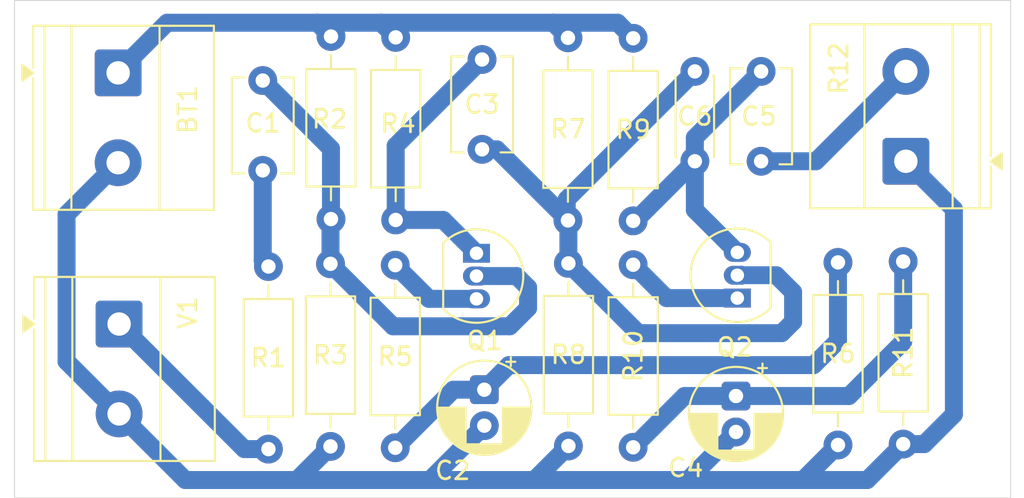
<source format=kicad_pcb>
(kicad_pcb (version 20241229) (generator "pcbnew") (generator_version "9.0")
  (title_block (title "Power_Amplifier"))
  (layers (0 "F.Cu" signal) (2 "B.Cu" signal) (13 "F.Paste" user) (15 "B.Paste" user) (5 "F.SilkS" user "F.Silkscreen") (7 "B.SilkS" user "B.Silkscreen") (1 "F.Mask" user) (3 "B.Mask" user) (25 "Edge.Cuts" user))
  (net 0 "")
  (net 1 "GND")
  (net 2 "Net-(BT1-+)")
  (net 3 "Net-(C1-Pad1)")
  (net 4 "Net-(Q1-B)")
  (net 5 "Net-(C2-Pad1)")
  (net 6 "Net-(Q2-B)")
  (net 7 "Net-(Q1-C)")
  (net 8 "Net-(C4-Pad1)")
  (net 9 "Net-(Q2-C)")
  (net 10 "Net-(C5-Pad1)")
  (net 11 "Net-(Q1-E)")
  (net 12 "Net-(Q2-E)")
  (net 13 "Net-(R1-Pad1)")
  (footprint "Resistor_THT:R_Axial_DIN0207_L6.3mm_D2.5mm_P10.16mm_Horizontal" (layer "F.Cu") (at 105.41 61.697 90)
    (property "Reference" "R9" (at 5.08 0 180) (layer "F.SilkS"))
    (property "Value" "6K")
    (fp_line (start 9.12 0) (end 8.35 0) (stroke (width 0.12)) (layer "F.SilkS"))
    (fp_line (start 1.04 0) (end 1.81 0) (stroke (width 0.12)) (layer "F.SilkS"))
    (fp_rect (start 1.81 -1.37) (end 8.35 1.37) (stroke (width 0.12)) (fill no) (layer "F.SilkS"))
    (pad "1" thru_hole circle (at 0 0 90) (size 1.6 1.6) (drill 0.8) (layers "*.Cu" "*.Mask") (net 9 "Net-(Q2-C)"))
    (pad "2" thru_hole circle (at 10.16 0 90) (size 1.6 1.6) (drill 0.8) (layers "*.Cu" "*.Mask") (net 2 "Net-(BT1-+)"))
  )
  (footprint "Resistor_THT:R_Axial_DIN0207_L6.3mm_D2.5mm_P10.16mm_Horizontal" (layer "F.Cu") (at 88.6125 61.597 90)
    (property "Reference" "R2" (at 5.561 -0.0825 180) (layer "F.SilkS"))
    (property "Value" "25K")
    (fp_line (start 9.12 0) (end 8.35 0) (stroke (width 0.12)) (layer "F.SilkS"))
    (fp_line (start 1.04 0) (end 1.81 0) (stroke (width 0.12)) (layer "F.SilkS"))
    (fp_rect (start 1.81 -1.37) (end 8.35 1.37) (stroke (width 0.12)) (fill no) (layer "F.SilkS"))
    (pad "1" thru_hole circle (at 0 0 90) (size 1.6 1.6) (drill 0.8) (layers "*.Cu" "*.Mask") (net 4 "Net-(Q1-B)"))
    (pad "2" thru_hole circle (at 10.16 0 90) (size 1.6 1.6) (drill 0.8) (layers "*.Cu" "*.Mask") (net 2 "Net-(BT1-+)"))
  )
  (footprint "Capacitor_THT:C_Disc_D5.1mm_W3.2mm_P5.00mm" (layer "F.Cu") (at 97.01 52.717 -90)
    (property "Reference" "C3" (at 2.5 0 0) (layer "F.SilkS"))
    (property "Value" "10 uF")
    (fp_line (start -0.17 1.72) (end -0.17 1.026) (stroke (width 0.12)) (layer "F.SilkS"))
    (fp_line (start 5.17 1.72) (end -0.17 1.72) (stroke (width 0.12)) (layer "F.SilkS"))
    (fp_line (start 5.17 1.026) (end 5.17 1.72) (stroke (width 0.12)) (layer "F.SilkS"))
    (fp_line (start -0.17 -1.026) (end -0.17 -1.72) (stroke (width 0.12)) (layer "F.SilkS"))
    (fp_line (start -0.17 -1.72) (end 5.17 -1.72) (stroke (width 0.12)) (layer "F.SilkS"))
    (fp_line (start 5.17 -1.72) (end 5.17 -1.026) (stroke (width 0.12)) (layer "F.SilkS"))
    (pad "1" thru_hole circle (at 0 0 270) (size 1.6 1.6) (drill 0.8) (layers "*.Cu" "*.Mask") (net 7 "Net-(Q1-C)"))
    (pad "2" thru_hole circle (at 5 0 270) (size 1.6 1.6) (drill 0.8) (layers "*.Cu" "*.Mask") (net 6 "Net-(Q2-B)"))
  )
  (footprint "Capacitor_THT:CP_Radial_D5.0mm_P2.00mm" (layer "F.Cu") (at 97.135 71.092 -90)
    (property "Reference" "C2" (at 4.502 1.758 0) (layer "F.SilkS"))
    (property "Value" "30 uF")
    (fp_line (start 1 1.04) (end 1 2.58) (stroke (width 0.12)) (layer "F.SilkS"))
    (fp_line (start 1.04 1.04) (end 1.04 2.58) (stroke (width 0.12)) (layer "F.SilkS"))
    (fp_line (start 1.08 1.04) (end 1.08 2.579) (stroke (width 0.12)) (layer "F.SilkS"))
    (fp_line (start 1.12 1.04) (end 1.12 2.577) (stroke (width 0.12)) (layer "F.SilkS"))
    (fp_line (start 1.16 1.04) (end 1.16 2.575) (stroke (width 0.12)) (layer "F.SilkS"))
    (fp_line (start 1.2 1.04) (end 1.2 2.572) (stroke (width 0.12)) (layer "F.SilkS"))
    (fp_line (start 1.24 1.04) (end 1.24 2.569) (stroke (width 0.12)) (layer "F.SilkS"))
    (fp_line (start 1.28 1.04) (end 1.28 2.565) (stroke (width 0.12)) (layer "F.SilkS"))
    (fp_line (start 1.32 1.04) (end 1.32 2.56) (stroke (width 0.12)) (layer "F.SilkS"))
    (fp_line (start 1.36 1.04) (end 1.36 2.555) (stroke (width 0.12)) (layer "F.SilkS"))
    (fp_line (start 1.4 1.04) (end 1.4 2.549) (stroke (width 0.12)) (layer "F.SilkS"))
    (fp_line (start 1.44 1.04) (end 1.44 2.543) (stroke (width 0.12)) (layer "F.SilkS"))
    (fp_line (start 1.48 1.04) (end 1.48 2.536) (stroke (width 0.12)) (layer "F.SilkS"))
    (fp_line (start 1.52 1.04) (end 1.52 2.528) (stroke (width 0.12)) (layer "F.SilkS"))
    (fp_line (start 1.56 1.04) (end 1.56 2.519) (stroke (width 0.12)) (layer "F.SilkS"))
    (fp_line (start 1.6 1.04) (end 1.6 2.51) (stroke (width 0.12)) (layer "F.SilkS"))
    (fp_line (start 1.64 1.04) (end 1.64 2.501) (stroke (width 0.12)) (layer "F.SilkS"))
    (fp_line (start 1.68 1.04) (end 1.68 2.49) (stroke (width 0.12)) (layer "F.SilkS"))
    (fp_line (start 1.72 1.04) (end 1.72 2.479) (stroke (width 0.12)) (layer "F.SilkS"))
    (fp_line (start 1.76 1.04) (end 1.76 2.467) (stroke (width 0.12)) (layer "F.SilkS"))
    (fp_line (start 1.8 1.04) (end 1.8 2.455) (stroke (width 0.12)) (layer "F.SilkS"))
    (fp_line (start 1.84 1.04) (end 1.84 2.442) (stroke (width 0.12)) (layer "F.SilkS"))
    (fp_line (start 1.88 1.04) (end 1.88 2.428) (stroke (width 0.12)) (layer "F.SilkS"))
    (fp_line (start 1.92 1.04) (end 1.92 2.413) (stroke (width 0.12)) (layer "F.SilkS"))
    (fp_line (start 1.96 1.04) (end 1.96 2.398) (stroke (width 0.12)) (layer "F.SilkS"))
    (fp_line (start 2 1.04) (end 2 2.382) (stroke (width 0.12)) (layer "F.SilkS"))
    (fp_line (start 2.04 1.04) (end 2.04 2.365) (stroke (width 0.12)) (layer "F.SilkS"))
    (fp_line (start 2.08 1.04) (end 2.08 2.347) (stroke (width 0.12)) (layer "F.SilkS"))
    (fp_line (start 2.12 1.04) (end 2.12 2.329) (stroke (width 0.12)) (layer "F.SilkS"))
    (fp_line (start 2.16 1.04) (end 2.16 2.309) (stroke (width 0.12)) (layer "F.SilkS"))
    (fp_line (start 2.2 1.04) (end 2.2 2.289) (stroke (width 0.12)) (layer "F.SilkS"))
    (fp_line (start 2.24 1.04) (end 2.24 2.268) (stroke (width 0.12)) (layer "F.SilkS"))
    (fp_line (start 2.28 1.04) (end 2.28 2.246) (stroke (width 0.12)) (layer "F.SilkS"))
    (fp_line (start 2.32 1.04) (end 2.32 2.223) (stroke (width 0.12)) (layer "F.SilkS"))
    (fp_line (start 2.36 1.04) (end 2.36 2.199) (stroke (width 0.12)) (layer "F.SilkS"))
    (fp_line (start 2.4 1.04) (end 2.4 2.175) (stroke (width 0.12)) (layer "F.SilkS"))
    (fp_line (start 2.44 1.04) (end 2.44 2.149) (stroke (width 0.12)) (layer "F.SilkS"))
    (fp_line (start 2.48 1.04) (end 2.48 2.122) (stroke (width 0.12)) (layer "F.SilkS"))
    (fp_line (start 2.52 1.04) (end 2.52 2.094) (stroke (width 0.12)) (layer "F.SilkS"))
    (fp_line (start 2.56 1.04) (end 2.56 2.065) (stroke (width 0.12)) (layer "F.SilkS"))
    (fp_line (start 2.6 1.04) (end 2.6 2.035) (stroke (width 0.12)) (layer "F.SilkS"))
    (fp_line (start 2.64 1.04) (end 2.64 2.003) (stroke (width 0.12)) (layer "F.SilkS"))
    (fp_line (start 2.68 1.04) (end 2.68 1.97) (stroke (width 0.12)) (layer "F.SilkS"))
    (fp_line (start 2.72 1.04) (end 2.72 1.936) (stroke (width 0.12)) (layer "F.SilkS"))
    (fp_line (start 2.76 1.04) (end 2.76 1.901) (stroke (width 0.12)) (layer "F.SilkS"))
    (fp_line (start 2.8 1.04) (end 2.8 1.864) (stroke (width 0.12)) (layer "F.SilkS"))
    (fp_line (start 2.84 1.04) (end 2.84 1.825) (stroke (width 0.12)) (layer "F.SilkS"))
    (fp_line (start 2.88 1.04) (end 2.88 1.785) (stroke (width 0.12)) (layer "F.SilkS"))
    (fp_line (start 2.92 1.04) (end 2.92 1.743) (stroke (width 0.12)) (layer "F.SilkS"))
    (fp_line (start 2.96 1.04) (end 2.96 1.699) (stroke (width 0.12)) (layer "F.SilkS"))
    (fp_line (start 3 1.04) (end 3 1.652) (stroke (width 0.12)) (layer "F.SilkS"))
    (fp_line (start 3.6 -0.283) (end 3.6 0.283) (stroke (width 0.12)) (layer "F.SilkS"))
    (fp_line (start 3.56 -0.517) (end 3.56 0.517) (stroke (width 0.12)) (layer "F.SilkS"))
    (fp_line (start 3.52 -0.677) (end 3.52 0.677) (stroke (width 0.12)) (layer "F.SilkS"))
    (fp_line (start 3.48 -0.805) (end 3.48 0.805) (stroke (width 0.12)) (layer "F.SilkS"))
    (fp_line (start 3.44 -0.914) (end 3.44 0.914) (stroke (width 0.12)) (layer "F.SilkS"))
    (fp_line (start 3.4 -1.011) (end 3.4 1.011) (stroke (width 0.12)) (layer "F.SilkS"))
    (fp_line (start 3.36 -1.098) (end 3.36 1.098) (stroke (width 0.12)) (layer "F.SilkS"))
    (fp_line (start 3.32 -1.177) (end 3.32 1.177) (stroke (width 0.12)) (layer "F.SilkS"))
    (fp_line (start 3.28 -1.251) (end 3.28 1.251) (stroke (width 0.12)) (layer "F.SilkS"))
    (fp_line (start 3.24 -1.319) (end 3.24 1.319) (stroke (width 0.12)) (layer "F.SilkS"))
    (fp_line (start 3.2 -1.383) (end 3.2 1.383) (stroke (width 0.12)) (layer "F.SilkS"))
    (fp_line (start 3.16 -1.443) (end 3.16 1.443) (stroke (width 0.12)) (layer "F.SilkS"))
    (fp_line (start -1.804775 -1.475) (end -1.304775 -1.475) (stroke (width 0.12)) (layer "F.SilkS"))
    (fp_line (start 3.12 -1.499) (end 3.12 1.499) (stroke (width 0.12)) (layer "F.SilkS"))
    (fp_line (start 3.08 -1.553) (end 3.08 1.553) (stroke (width 0.12)) (layer "F.SilkS"))
    (fp_line (start 3.04 -1.604) (end 3.04 1.604) (stroke (width 0.12)) (layer "F.SilkS"))
    (fp_line (start 3 -1.652) (end 3 -1.04) (stroke (width 0.12)) (layer "F.SilkS"))
    (fp_line (start 2.96 -1.699) (end 2.96 -1.04) (stroke (width 0.12)) (layer "F.SilkS"))
    (fp_line (start -1.554775 -1.725) (end -1.554775 -1.225) (stroke (width 0.12)) (layer "F.SilkS"))
    (fp_line (start 2.92 -1.743) (end 2.92 -1.04) (stroke (width 0.12)) (layer "F.SilkS"))
    (fp_line (start 2.88 -1.785) (end 2.88 -1.04) (stroke (width 0.12)) (layer "F.SilkS"))
    (fp_line (start 2.84 -1.825) (end 2.84 -1.04) (stroke (width 0.12)) (layer "F.SilkS"))
    (fp_line (start 2.8 -1.864) (end 2.8 -1.04) (stroke (width 0.12)) (layer "F.SilkS"))
    (fp_line (start 2.76 -1.901) (end 2.76 -1.04) (stroke (width 0.12)) (layer "F.SilkS"))
    (fp_line (start 2.72 -1.936) (end 2.72 -1.04) (stroke (width 0.12)) (layer "F.SilkS"))
    (fp_line (start 2.68 -1.97) (end 2.68 -1.04) (stroke (width 0.12)) (layer "F.SilkS"))
    (fp_line (start 2.64 -2.003) (end 2.64 -1.04) (stroke (width 0.12)) (layer "F.SilkS"))
    (fp_line (start 2.6 -2.035) (end 2.6 -1.04) (stroke (width 0.12)) (layer "F.SilkS"))
    (fp_line (start 2.56 -2.065) (end 2.56 -1.04) (stroke (width 0.12)) (layer "F.SilkS"))
    (fp_line (start 2.52 -2.094) (end 2.52 -1.04) (stroke (width 0.12)) (layer "F.SilkS"))
    (fp_line (start 2.48 -2.122) (end 2.48 -1.04) (stroke (width 0.12)) (layer "F.SilkS"))
    (fp_line (start 2.44 -2.149) (end 2.44 -1.04) (stroke (width 0.12)) (layer "F.SilkS"))
    (fp_line (start 2.4 -2.175) (end 2.4 -1.04) (stroke (width 0.12)) (layer "F.SilkS"))
    (fp_line (start 2.36 -2.199) (end 2.36 -1.04) (stroke (width 0.12)) (layer "F.SilkS"))
    (fp_line (start 2.32 -2.223) (end 2.32 -1.04) (stroke (width 0.12)) (layer "F.SilkS"))
    (fp_line (start 2.28 -2.246) (end 2.28 -1.04) (stroke (width 0.12)) (layer "F.SilkS"))
    (fp_line (start 2.24 -2.268) (end 2.24 -1.04) (stroke (width 0.12)) (layer "F.SilkS"))
    (fp_line (start 2.2 -2.289) (end 2.2 -1.04) (stroke (width 0.12)) (layer "F.SilkS"))
    (fp_line (start 2.16 -2.309) (end 2.16 -1.04) (stroke (width 0.12)) (layer "F.SilkS"))
    (fp_line (start 2.12 -2.329) (end 2.12 -1.04) (stroke (width 0.12)) (layer "F.SilkS"))
    (fp_line (start 2.08 -2.347) (end 2.08 -1.04) (stroke (width 0.12)) (layer "F.SilkS"))
    (fp_line (start 2.04 -2.365) (end 2.04 -1.04) (stroke (width 0.12)) (layer "F.SilkS"))
    (fp_line (start 2 -2.382) (end 2 -1.04) (stroke (width 0.12)) (layer "F.SilkS"))
    (fp_line (start 1.96 -2.398) (end 1.96 -1.04) (stroke (width 0.12)) (layer "F.SilkS"))
    (fp_line (start 1.92 -2.413) (end 1.92 -1.04) (stroke (width 0.12)) (layer "F.SilkS"))
    (fp_line (start 1.88 -2.428) (end 1.88 -1.04) (stroke (width 0.12)) (layer "F.SilkS"))
    (fp_line (start 1.84 -2.442) (end 1.84 -1.04) (stroke (width 0.12)) (layer "F.SilkS"))
    (fp_line (start 1.8 -2.455) (end 1.8 -1.04) (stroke (width 0.12)) (layer "F.SilkS"))
    (fp_line (start 1.76 -2.467) (end 1.76 -1.04) (stroke (width 0.12)) (layer "F.SilkS"))
    (fp_line (start 1.72 -2.479) (end 1.72 -1.04) (stroke (width 0.12)) (layer "F.SilkS"))
    (fp_line (start 1.68 -2.49) (end 1.68 -1.04) (stroke (width 0.12)) (layer "F.SilkS"))
    (fp_line (start 1.64 -2.501) (end 1.64 -1.04) (stroke (width 0.12)) (layer "F.SilkS"))
    (fp_line (start 1.6 -2.51) (end 1.6 -1.04) (stroke (width 0.12)) (layer "F.SilkS"))
    (fp_line (start 1.56 -2.519) (end 1.56 -1.04) (stroke (width 0.12)) (layer "F.SilkS"))
    (fp_line (start 1.52 -2.528) (end 1.52 -1.04) (stroke (width 0.12)) (layer "F.SilkS"))
    (fp_line (start 1.48 -2.536) (end 1.48 -1.04) (stroke (width 0.12)) (layer "F.SilkS"))
    (fp_line (start 1.44 -2.543) (end 1.44 -1.04) (stroke (width 0.12)) (layer "F.SilkS"))
    (fp_line (start 1.4 -2.549) (end 1.4 -1.04) (stroke (width 0.12)) (layer "F.SilkS"))
    (fp_line (start 1.36 -2.555) (end 1.36 -1.04) (stroke (width 0.12)) (layer "F.SilkS"))
    (fp_line (start 1.32 -2.56) (end 1.32 -1.04) (stroke (width 0.12)) (layer "F.SilkS"))
    (fp_line (start 1.28 -2.565) (end 1.28 -1.04) (stroke (width 0.12)) (layer "F.SilkS"))
    (fp_line (start 1.24 -2.569) (end 1.24 -1.04) (stroke (width 0.12)) (layer "F.SilkS"))
    (fp_line (start 1.2 -2.572) (end 1.2 -1.04) (stroke (width 0.12)) (layer "F.SilkS"))
    (fp_line (start 1.16 -2.575) (end 1.16 -1.04) (stroke (width 0.12)) (layer "F.SilkS"))
    (fp_line (start 1.12 -2.577) (end 1.12 -1.04) (stroke (width 0.12)) (layer "F.SilkS"))
    (fp_line (start 1.08 -2.579) (end 1.08 -1.04) (stroke (width 0.12)) (layer "F.SilkS"))
    (fp_line (start 1 -2.58) (end 1 -1.04) (stroke (width 0.12)) (layer "F.SilkS"))
    (fp_line (start 1.04 -2.58) (end 1.04 -1.04) (stroke (width 0.12)) (layer "F.SilkS"))
    (fp_circle (center 1 0) (end 3.62 0) (stroke (width 0.12)) (fill no) (layer "F.SilkS"))
    (pad "1" thru_hole roundrect (at 0 0 270) (size 1.6 1.6) (drill 0.8) (layers "*.Cu" "*.Mask") (roundrect_rratio 0.15625) (net 5 "Net-(C2-Pad1)"))
    (pad "2" thru_hole circle (at 2 0 270) (size 1.6 1.6) (drill 0.8) (layers "*.Cu" "*.Mask") (net 1 "GND"))
  )
  (footprint "TerminalBlock_Phoenix:TerminalBlock_Phoenix_MKDS-1,5-2_1x02_P5.00mm_Horizontal" (layer "F.Cu") (at 76.835 67.437 -90)
    (property "Reference" "V1" (at -0.635 -3.81 90) (layer "F.SilkS"))
    (property "Value" "VSIN")
    (fp_line (start -2.62 4.72) (end -2.62 -5.32) (stroke (width 0.12)) (layer "F.SilkS"))
    (fp_line (start -0.3 4.72) (end -2.62 4.72) (stroke (width 0.12)) (layer "F.SilkS"))
    (fp_line (start 7.62 4.72) (end 0.3 4.72) (stroke (width 0.12)) (layer "F.SilkS"))
    (fp_line (start -2.62 4.1) (end 7.62 4.1) (stroke (width 0.12)) (layer "F.SilkS"))
    (fp_line (start -2.62 2.6) (end 7.62 2.6) (stroke (width 0.12)) (layer "F.SilkS"))
    (fp_line (start -2.62 -2.3) (end 7.62 -2.3) (stroke (width 0.12)) (layer "F.SilkS"))
    (fp_line (start -2.62 -5.32) (end 7.62 -5.32) (stroke (width 0.12)) (layer "F.SilkS"))
    (fp_line (start 7.62 -5.32) (end 7.62 4.72) (stroke (width 0.12)) (layer "F.SilkS"))
    (fp_poly (pts (xy 0 4.72) (xy 0.44 5.33) (xy -0.44 5.33)) (stroke (width 0.12)) (fill yes) (layer "F.SilkS"))
    (pad "1" thru_hole roundrect (at 0 0 270) (size 2.6 2.6) (drill 1.3) (layers "*.Cu" "*.Mask") (roundrect_rratio 0.096154) (net 13 "Net-(R1-Pad1)"))
    (pad "2" thru_hole circle (at 5 0 270) (size 2.6 2.6) (drill 1.3) (layers "*.Cu" "*.Mask") (net 1 "GND"))
  )
  (footprint "Resistor_THT:R_Axial_DIN0207_L6.3mm_D2.5mm_P10.16mm_Horizontal" (layer "F.Cu") (at 92.21 61.647 90)
    (property "Reference" "R4" (at 5.357 0.13 180) (layer "F.SilkS"))
    (property "Value" "3K")
    (fp_line (start 9.12 0) (end 8.35 0) (stroke (width 0.12)) (layer "F.SilkS"))
    (fp_line (start 1.04 0) (end 1.81 0) (stroke (width 0.12)) (layer "F.SilkS"))
    (fp_rect (start 1.81 -1.37) (end 8.35 1.37) (stroke (width 0.12)) (fill no) (layer "F.SilkS"))
    (pad "1" thru_hole circle (at 0 0 90) (size 1.6 1.6) (drill 0.8) (layers "*.Cu" "*.Mask") (net 7 "Net-(Q1-C)"))
    (pad "2" thru_hole circle (at 10.16 0 90) (size 1.6 1.6) (drill 0.8) (layers "*.Cu" "*.Mask") (net 2 "Net-(BT1-+)"))
  )
  (footprint "Resistor_THT:R_Axial_DIN0207_L6.3mm_D2.5mm_P10.16mm_Horizontal" (layer "F.Cu") (at 92.185 74.322 90)
    (property "Reference" "R5" (at 5.08 0 180) (layer "F.SilkS"))
    (property "Value" "150R")
    (fp_line (start 9.12 0) (end 8.35 0) (stroke (width 0.12)) (layer "F.SilkS"))
    (fp_line (start 1.04 0) (end 1.81 0) (stroke (width 0.12)) (layer "F.SilkS"))
    (fp_rect (start 1.81 -1.37) (end 8.35 1.37) (stroke (width 0.12)) (fill no) (layer "F.SilkS"))
    (pad "1" thru_hole circle (at 0 0 90) (size 1.6 1.6) (drill 0.8) (layers "*.Cu" "*.Mask") (net 5 "Net-(C2-Pad1)"))
    (pad "2" thru_hole circle (at 10.16 0 90) (size 1.6 1.6) (drill 0.8) (layers "*.Cu" "*.Mask") (net 11 "Net-(Q1-E)"))
  )
  (footprint "Resistor_THT:R_Axial_DIN0207_L6.3mm_D2.5mm_P10.16mm_Horizontal" (layer "F.Cu") (at 101.785 61.672 90)
    (property "Reference" "R7" (at 5.08 0 180) (layer "F.SilkS"))
    (property "Value" "100K")
    (fp_line (start 9.12 0) (end 8.35 0) (stroke (width 0.12)) (layer "F.SilkS"))
    (fp_line (start 1.04 0) (end 1.81 0) (stroke (width 0.12)) (layer "F.SilkS"))
    (fp_rect (start 1.81 -1.37) (end 8.35 1.37) (stroke (width 0.12)) (fill no) (layer "F.SilkS"))
    (pad "1" thru_hole circle (at 0 0 90) (size 1.6 1.6) (drill 0.8) (layers "*.Cu" "*.Mask") (net 6 "Net-(Q2-B)"))
    (pad "2" thru_hole circle (at 10.16 0 90) (size 1.6 1.6) (drill 0.8) (layers "*.Cu" "*.Mask") (net 2 "Net-(BT1-+)"))
  )
  (footprint "Package_TO_SOT_THT:TO-92_Inline" (layer "F.Cu") (at 96.7 63.497 -90)
    (property "Reference" "Q1" (at 4.87 -0.46 180) (layer "F.SilkS"))
    (property "Value" "BC547")
    (fp_line (start -0.53 1.85) (end 3.07 1.85) (stroke (width 0.12)) (layer "F.SilkS"))
    (fp_arc (start -0.568478 1.838478) (mid -1.132087 -0.994977) (end 1.27 -2.6) (stroke (width 0.12)) (layer "F.SilkS"))
    (fp_arc (start 1.27 -2.6) (mid 3.672087 -0.994977) (end 3.108478 1.838478) (stroke (width 0.12)) (layer "F.SilkS"))
    (pad "1" thru_hole rect (at 0 0 270) (size 1.05 1.5) (drill 0.75) (layers "*.Cu" "*.Mask") (net 7 "Net-(Q1-C)"))
    (pad "2" thru_hole oval (at 1.27 0 270) (size 1.05 1.5) (drill 0.75) (layers "*.Cu" "*.Mask") (net 4 "Net-(Q1-B)"))
    (pad "3" thru_hole oval (at 2.54 0 270) (size 1.05 1.5) (drill 0.75) (layers "*.Cu" "*.Mask") (net 11 "Net-(Q1-E)"))
  )
  (footprint "Resistor_THT:R_Axial_DIN0207_L6.3mm_D2.5mm_P10.16mm_Horizontal" (layer "F.Cu") (at 88.585 74.247 90)
    (property "Reference" "R3" (at 5.08 0 180) (layer "F.SilkS"))
    (property "Value" "4K5")
    (fp_line (start 9.12 0) (end 8.35 0) (stroke (width 0.12)) (layer "F.SilkS"))
    (fp_line (start 1.04 0) (end 1.81 0) (stroke (width 0.12)) (layer "F.SilkS"))
    (fp_rect (start 1.81 -1.37) (end 8.35 1.37) (stroke (width 0.12)) (fill no) (layer "F.SilkS"))
    (pad "1" thru_hole circle (at 0 0 90) (size 1.6 1.6) (drill 0.8) (layers "*.Cu" "*.Mask") (net 1 "GND"))
    (pad "2" thru_hole circle (at 10.16 0 90) (size 1.6 1.6) (drill 0.8) (layers "*.Cu" "*.Mask") (net 4 "Net-(Q1-B)"))
  )
  (footprint "Capacitor_THT:C_Disc_D5.1mm_W3.2mm_P5.00mm" (layer "F.Cu") (at 112.522 58.38 90)
    (property "Reference" "C5" (at 2.5 -0.127 180) (layer "F.SilkS"))
    (property "Value" "10 uF")
    (fp_line (start 5.17 -1.72) (end 5.17 -1.026) (stroke (width 0.12)) (layer "F.SilkS"))
    (fp_line (start -0.17 -1.72) (end 5.17 -1.72) (stroke (width 0.12)) (layer "F.SilkS"))
    (fp_line (start -0.17 -1.026) (end -0.17 -1.72) (stroke (width 0.12)) (layer "F.SilkS"))
    (fp_line (start 5.17 1.026) (end 5.17 1.72) (stroke (width 0.12)) (layer "F.SilkS"))
    (fp_line (start 5.17 1.72) (end -0.17 1.72) (stroke (width 0.12)) (layer "F.SilkS"))
    (fp_line (start -0.17 1.72) (end -0.17 1.026) (stroke (width 0.12)) (layer "F.SilkS"))
    (pad "1" thru_hole circle (at 0 0 90) (size 1.6 1.6) (drill 0.8) (layers "*.Cu" "*.Mask") (net 10 "Net-(C5-Pad1)"))
    (pad "2" thru_hole circle (at 5 0 90) (size 1.6 1.6) (drill 0.8) (layers "*.Cu" "*.Mask") (net 9 "Net-(Q2-C)"))
  )
  (footprint "Resistor_THT:R_Axial_DIN0207_L6.3mm_D2.5mm_P10.16mm_Horizontal" (layer "F.Cu") (at 101.81 74.222 90)
    (property "Reference" "R8" (at 5.08 0 180) (layer "F.SilkS"))
    (property "Value" "55K")
    (fp_line (start 9.12 0) (end 8.35 0) (stroke (width 0.12)) (layer "F.SilkS"))
    (fp_line (start 1.04 0) (end 1.81 0) (stroke (width 0.12)) (layer "F.SilkS"))
    (fp_rect (start 1.81 -1.37) (end 8.35 1.37) (stroke (width 0.12)) (fill no) (layer "F.SilkS"))
    (pad "1" thru_hole circle (at 0 0 90) (size 1.6 1.6) (drill 0.8) (layers "*.Cu" "*.Mask") (net 1 "GND"))
    (pad "2" thru_hole circle (at 10.16 0 90) (size 1.6 1.6) (drill 0.8) (layers "*.Cu" "*.Mask") (net 6 "Net-(Q2-B)"))
  )
  (footprint "Resistor_THT:R_Axial_DIN0207_L6.3mm_D2.5mm_P10.16mm_Horizontal" (layer "F.Cu") (at 105.41 74.297 90)
    (property "Reference" "R10" (at 5.08 0 270) (layer "F.SilkS"))
    (property "Value" "150R")
    (fp_line (start 9.12 0) (end 8.35 0) (stroke (width 0.12)) (layer "F.SilkS"))
    (fp_line (start 1.04 0) (end 1.81 0) (stroke (width 0.12)) (layer "F.SilkS"))
    (fp_rect (start 1.81 -1.37) (end 8.35 1.37) (stroke (width 0.12)) (fill no) (layer "F.SilkS"))
    (pad "1" thru_hole circle (at 0 0 90) (size 1.6 1.6) (drill 0.8) (layers "*.Cu" "*.Mask") (net 8 "Net-(C4-Pad1)"))
    (pad "2" thru_hole circle (at 10.16 0 90) (size 1.6 1.6) (drill 0.8) (layers "*.Cu" "*.Mask") (net 12 "Net-(Q2-E)"))
  )
  (footprint "Resistor_THT:R_Axial_DIN0207_L6.3mm_D2.5mm_P10.16mm_Horizontal" (layer "F.Cu") (at 116.7945 74.168 90)
    (property "Reference" "R6" (at 5.08 0 180) (layer "F.SilkS"))
    (property "Value" "350R")
    (fp_line (start 9.12 0) (end 8.35 0) (stroke (width 0.12)) (layer "F.SilkS"))
    (fp_line (start 1.04 0) (end 1.81 0) (stroke (width 0.12)) (layer "F.SilkS"))
    (fp_rect (start 1.81 -1.37) (end 8.35 1.37) (stroke (width 0.12)) (fill no) (layer "F.SilkS"))
    (pad "1" thru_hole circle (at 0 0 90) (size 1.6 1.6) (drill 0.8) (layers "*.Cu" "*.Mask") (net 1 "GND"))
    (pad "2" thru_hole circle (at 10.16 0 90) (size 1.6 1.6) (drill 0.8) (layers "*.Cu" "*.Mask") (net 5 "Net-(C2-Pad1)"))
  )
  (footprint "Capacitor_THT:C_Disc_D5.1mm_W3.2mm_P5.00mm" (layer "F.Cu") (at 84.82 58.888 90)
    (property "Reference" "C1" (at 2.627 0.016 180) (layer "F.SilkS"))
    (property "Value" "10 uF")
    (fp_line (start 5.17 -1.72) (end 5.17 -1.026) (stroke (width 0.12)) (layer "F.SilkS"))
    (fp_line (start -0.17 -1.72) (end 5.17 -1.72) (stroke (width 0.12)) (layer "F.SilkS"))
    (fp_line (start -0.17 -1.026) (end -0.17 -1.72) (stroke (width 0.12)) (layer "F.SilkS"))
    (fp_line (start 5.17 1.026) (end 5.17 1.72) (stroke (width 0.12)) (layer "F.SilkS"))
    (fp_line (start 5.17 1.72) (end -0.17 1.72) (stroke (width 0.12)) (layer "F.SilkS"))
    (fp_line (start -0.17 1.72) (end -0.17 1.026) (stroke (width 0.12)) (layer "F.SilkS"))
    (pad "1" thru_hole circle (at 0 0 90) (size 1.6 1.6) (drill 0.8) (layers "*.Cu" "*.Mask") (net 3 "Net-(C1-Pad1)"))
    (pad "2" thru_hole circle (at 5 0 90) (size 1.6 1.6) (drill 0.8) (layers "*.Cu" "*.Mask") (net 4 "Net-(Q1-B)"))
  )
  (footprint "TerminalBlock_Phoenix:TerminalBlock_Phoenix_MKDS-1,5-2_1x02_P5.00mm_Horizontal" (layer "F.Cu") (at 120.5685 58.38 90)
    (property "Reference" "R12" (at 5.167 -3.7285 270) (layer "F.SilkS"))
    (property "Value" "4K7")
    (fp_line (start 7.62 -5.32) (end 7.62 4.72) (stroke (width 0.12)) (layer "F.SilkS"))
    (fp_line (start -2.62 -5.32) (end 7.62 -5.32) (stroke (width 0.12)) (layer "F.SilkS"))
    (fp_line (start -2.62 -2.3) (end 7.62 -2.3) (stroke (width 0.12)) (layer "F.SilkS"))
    (fp_line (start -2.62 2.6) (end 7.62 2.6) (stroke (width 0.12)) (layer "F.SilkS"))
    (fp_line (start -2.62 4.1) (end 7.62 4.1) (stroke (width 0.12)) (layer "F.SilkS"))
    (fp_line (start 7.62 4.72) (end 0.3 4.72) (stroke (width 0.12)) (layer "F.SilkS"))
    (fp_line (start -0.3 4.72) (end -2.62 4.72) (stroke (width 0.12)) (layer "F.SilkS"))
    (fp_line (start -2.62 4.72) (end -2.62 -5.32) (stroke (width 0.12)) (layer "F.SilkS"))
    (fp_poly (pts (xy 0 4.72) (xy 0.44 5.33) (xy -0.44 5.33)) (stroke (width 0.12)) (fill yes) (layer "F.SilkS"))
    (pad "1" thru_hole roundrect (at 0 0 90) (size 2.6 2.6) (drill 1.3) (layers "*.Cu" "*.Mask") (roundrect_rratio 0.096154) (net 1 "GND"))
    (pad "2" thru_hole circle (at 5 0 90) (size 2.6 2.6) (drill 1.3) (layers "*.Cu" "*.Mask") (net 10 "Net-(C5-Pad1)"))
  )
  (footprint "Resistor_THT:R_Axial_DIN0207_L6.3mm_D2.5mm_P10.16mm_Horizontal" (layer "F.Cu") (at 120.4195 74.118 90)
    (property "Reference" "R11" (at 5.08 0 270) (layer "F.SilkS"))
    (property "Value" "2K85")
    (fp_line (start 9.12 0) (end 8.35 0) (stroke (width 0.12)) (layer "F.SilkS"))
    (fp_line (start 1.04 0) (end 1.81 0) (stroke (width 0.12)) (layer "F.SilkS"))
    (fp_rect (start 1.81 -1.37) (end 8.35 1.37) (stroke (width 0.12)) (fill no) (layer "F.SilkS"))
    (pad "1" thru_hole circle (at 0 0 90) (size 1.6 1.6) (drill 0.8) (layers "*.Cu" "*.Mask") (net 1 "GND"))
    (pad "2" thru_hole circle (at 10.16 0 90) (size 1.6 1.6) (drill 0.8) (layers "*.Cu" "*.Mask") (net 8 "Net-(C4-Pad1)"))
  )
  (footprint "Package_TO_SOT_THT:TO-92_Inline" (layer "F.Cu") (at 111.2 65.992 90)
    (property "Reference" "Q2" (at -2.735 -0.15 180) (layer "F.SilkS"))
    (property "Value" "2N3904")
    (fp_line (start -0.53 1.85) (end 3.07 1.85) (stroke (width 0.12)) (layer "F.SilkS"))
    (fp_arc (start 1.27 -2.6) (mid 3.672087 -0.994977) (end 3.108478 1.838478) (stroke (width 0.12)) (layer "F.SilkS"))
    (fp_arc (start -0.568478 1.838478) (mid -1.132087 -0.994977) (end 1.27 -2.6) (stroke (width 0.12)) (layer "F.SilkS"))
    (pad "1" thru_hole rect (at 0 0 90) (size 1.05 1.5) (drill 0.75) (layers "*.Cu" "*.Mask") (net 12 "Net-(Q2-E)"))
    (pad "2" thru_hole oval (at 1.27 0 90) (size 1.05 1.5) (drill 0.75) (layers "*.Cu" "*.Mask") (net 6 "Net-(Q2-B)"))
    (pad "3" thru_hole oval (at 2.54 0 90) (size 1.05 1.5) (drill 0.75) (layers "*.Cu" "*.Mask") (net 9 "Net-(Q2-C)"))
  )
  (footprint "TerminalBlock_Phoenix:TerminalBlock_Phoenix_MKDS-1,5-2_1x02_P5.00mm_Horizontal" (layer "F.Cu") (at 76.7825 53.462 -90)
    (property "Reference" "BT1" (at 2.037 -3.8625 90) (layer "F.SilkS"))
    (property "Value" "12V")
    (fp_line (start -2.62 4.72) (end -2.62 -5.32) (stroke (width 0.12)) (layer "F.SilkS"))
    (fp_line (start -0.3 4.72) (end -2.62 4.72) (stroke (width 0.12)) (layer "F.SilkS"))
    (fp_line (start 7.62 4.72) (end 0.3 4.72) (stroke (width 0.12)) (layer "F.SilkS"))
    (fp_line (start -2.62 4.1) (end 7.62 4.1) (stroke (width 0.12)) (layer "F.SilkS"))
    (fp_line (start -2.62 2.6) (end 7.62 2.6) (stroke (width 0.12)) (layer "F.SilkS"))
    (fp_line (start -2.62 -2.3) (end 7.62 -2.3) (stroke (width 0.12)) (layer "F.SilkS"))
    (fp_line (start -2.62 -5.32) (end 7.62 -5.32) (stroke (width 0.12)) (layer "F.SilkS"))
    (fp_line (start 7.62 -5.32) (end 7.62 4.72) (stroke (width 0.12)) (layer "F.SilkS"))
    (fp_poly (pts (xy 0 4.72) (xy 0.44 5.33) (xy -0.44 5.33)) (stroke (width 0.12)) (fill yes) (layer "F.SilkS"))
    (pad "1" thru_hole roundrect (at 0 0 270) (size 2.6 2.6) (drill 1.3) (layers "*.Cu" "*.Mask") (roundrect_rratio 0.096154) (net 2 "Net-(BT1-+)"))
    (pad "2" thru_hole circle (at 5 0 270) (size 2.6 2.6) (drill 1.3) (layers "*.Cu" "*.Mask") (net 1 "GND"))
  )
  (footprint "Capacitor_THT:C_Disc_D4.3mm_W1.9mm_P5.00mm" (layer "F.Cu") (at 108.839 58.38 90)
    (property "Reference" "C6" (at 2.5 0 180) (layer "F.SilkS"))
    (property "Value" "180 uF")
    (fp_line (start 0.23 -1.07) (end 4.77 -1.07) (stroke (width 0.12)) (layer "F.SilkS"))
    (fp_line (start 0.23 -1.014) (end 0.23 -1.07) (stroke (width 0.12)) (layer "F.SilkS"))
    (fp_line (start 4.77 1.014) (end 4.77 1.07) (stroke (width 0.12)) (layer "F.SilkS"))
    (fp_line (start 4.77 1.07) (end 0.23 1.07) (stroke (width 0.12)) (layer "F.SilkS"))
    (pad "1" thru_hole circle (at 0 0 90) (size 1.6 1.6) (drill 0.8) (layers "*.Cu" "*.Mask") (net 9 "Net-(Q2-C)"))
    (pad "2" thru_hole circle (at 5 0 90) (size 1.6 1.6) (drill 0.8) (layers "*.Cu" "*.Mask") (net 6 "Net-(Q2-B)"))
  )
  (footprint "Capacitor_THT:CP_Radial_D5.0mm_P2.00mm" (layer "F.Cu") (at 111.125 71.441888 -90)
    (property "Reference" "C4" (at 3.996112 2.794 0) (layer "F.SilkS"))
    (property "Value" "30 uF")
    (fp_line (start 1 1.04) (end 1 2.58) (stroke (width 0.12)) (layer "F.SilkS"))
    (fp_line (start 1.04 1.04) (end 1.04 2.58) (stroke (width 0.12)) (layer "F.SilkS"))
    (fp_line (start 1.08 1.04) (end 1.08 2.579) (stroke (width 0.12)) (layer "F.SilkS"))
    (fp_line (start 1.12 1.04) (end 1.12 2.577) (stroke (width 0.12)) (layer "F.SilkS"))
    (fp_line (start 1.16 1.04) (end 1.16 2.575) (stroke (width 0.12)) (layer "F.SilkS"))
    (fp_line (start 1.2 1.04) (end 1.2 2.572) (stroke (width 0.12)) (layer "F.SilkS"))
    (fp_line (start 1.24 1.04) (end 1.24 2.569) (stroke (width 0.12)) (layer "F.SilkS"))
    (fp_line (start 1.28 1.04) (end 1.28 2.565) (stroke (width 0.12)) (layer "F.SilkS"))
    (fp_line (start 1.32 1.04) (end 1.32 2.56) (stroke (width 0.12)) (layer "F.SilkS"))
    (fp_line (start 1.36 1.04) (end 1.36 2.555) (stroke (width 0.12)) (layer "F.SilkS"))
    (fp_line (start 1.4 1.04) (end 1.4 2.549) (stroke (width 0.12)) (layer "F.SilkS"))
    (fp_line (start 1.44 1.04) (end 1.44 2.543) (stroke (width 0.12)) (layer "F.SilkS"))
    (fp_line (start 1.48 1.04) (end 1.48 2.536) (stroke (width 0.12)) (layer "F.SilkS"))
    (fp_line (start 1.52 1.04) (end 1.52 2.528) (stroke (width 0.12)) (layer "F.SilkS"))
    (fp_line (start 1.56 1.04) (end 1.56 2.519) (stroke (width 0.12)) (layer "F.SilkS"))
    (fp_line (start 1.6 1.04) (end 1.6 2.51) (stroke (width 0.12)) (layer "F.SilkS"))
    (fp_line (start 1.64 1.04) (end 1.64 2.501) (stroke (width 0.12)) (layer "F.SilkS"))
    (fp_line (start 1.68 1.04) (end 1.68 2.49) (stroke (width 0.12)) (layer "F.SilkS"))
    (fp_line (start 1.72 1.04) (end 1.72 2.479) (stroke (width 0.12)) (layer "F.SilkS"))
    (fp_line (start 1.76 1.04) (end 1.76 2.467) (stroke (width 0.12)) (layer "F.SilkS"))
    (fp_line (start 1.8 1.04) (end 1.8 2.455) (stroke (width 0.12)) (layer "F.SilkS"))
    (fp_line (start 1.84 1.04) (end 1.84 2.442) (stroke (width 0.12)) (layer "F.SilkS"))
    (fp_line (start 1.88 1.04) (end 1.88 2.428) (stroke (width 0.12)) (layer "F.SilkS"))
    (fp_line (start 1.92 1.04) (end 1.92 2.413) (stroke (width 0.12)) (layer "F.SilkS"))
    (fp_line (start 1.96 1.04) (end 1.96 2.398) (stroke (width 0.12)) (layer "F.SilkS"))
    (fp_line (start 2 1.04) (end 2 2.382) (stroke (width 0.12)) (layer "F.SilkS"))
    (fp_line (start 2.04 1.04) (end 2.04 2.365) (stroke (width 0.12)) (layer "F.SilkS"))
    (fp_line (start 2.08 1.04) (end 2.08 2.347) (stroke (width 0.12)) (layer "F.SilkS"))
    (fp_line (start 2.12 1.04) (end 2.12 2.329) (stroke (width 0.12)) (layer "F.SilkS"))
    (fp_line (start 2.16 1.04) (end 2.16 2.309) (stroke (width 0.12)) (layer "F.SilkS"))
    (fp_line (start 2.2 1.04) (end 2.2 2.289) (stroke (width 0.12)) (layer "F.SilkS"))
    (fp_line (start 2.24 1.04) (end 2.24 2.268) (stroke (width 0.12)) (layer "F.SilkS"))
    (fp_line (start 2.28 1.04) (end 2.28 2.246) (stroke (width 0.12)) (layer "F.SilkS"))
    (fp_line (start 2.32 1.04) (end 2.32 2.223) (stroke (width 0.12)) (layer "F.SilkS"))
    (fp_line (start 2.36 1.04) (end 2.36 2.199) (stroke (width 0.12)) (layer "F.SilkS"))
    (fp_line (start 2.4 1.04) (end 2.4 2.175) (stroke (width 0.12)) (layer "F.SilkS"))
    (fp_line (start 2.44 1.04) (end 2.44 2.149) (stroke (width 0.12)) (layer "F.SilkS"))
    (fp_line (start 2.48 1.04) (end 2.48 2.122) (stroke (width 0.12)) (layer "F.SilkS"))
    (fp_line (start 2.52 1.04) (end 2.52 2.094) (stroke (width 0.12)) (layer "F.SilkS"))
    (fp_line (start 2.56 1.04) (end 2.56 2.065) (stroke (width 0.12)) (layer "F.SilkS"))
    (fp_line (start 2.6 1.04) (end 2.6 2.035) (stroke (width 0.12)) (layer "F.SilkS"))
    (fp_line (start 2.64 1.04) (end 2.64 2.003) (stroke (width 0.12)) (layer "F.SilkS"))
    (fp_line (start 2.68 1.04) (end 2.68 1.97) (stroke (width 0.12)) (layer "F.SilkS"))
    (fp_line (start 2.72 1.04) (end 2.72 1.936) (stroke (width 0.12)) (layer "F.SilkS"))
    (fp_line (start 2.76 1.04) (end 2.76 1.901) (stroke (width 0.12)) (layer "F.SilkS"))
    (fp_line (start 2.8 1.04) (end 2.8 1.864) (stroke (width 0.12)) (layer "F.SilkS"))
    (fp_line (start 2.84 1.04) (end 2.84 1.825) (stroke (width 0.12)) (layer "F.SilkS"))
    (fp_line (start 2.88 1.04) (end 2.88 1.785) (stroke (width 0.12)) (layer "F.SilkS"))
    (fp_line (start 2.92 1.04) (end 2.92 1.743) (stroke (width 0.12)) (layer "F.SilkS"))
    (fp_line (start 2.96 1.04) (end 2.96 1.699) (stroke (width 0.12)) (layer "F.SilkS"))
    (fp_line (start 3 1.04) (end 3 1.652) (stroke (width 0.12)) (layer "F.SilkS"))
    (fp_line (start 3.6 -0.283) (end 3.6 0.283) (stroke (width 0.12)) (layer "F.SilkS"))
    (fp_line (start 3.56 -0.517) (end 3.56 0.517) (stroke (width 0.12)) (layer "F.SilkS"))
    (fp_line (start 3.52 -0.677) (end 3.52 0.677) (stroke (width 0.12)) (layer "F.SilkS"))
    (fp_line (start 3.48 -0.805) (end 3.48 0.805) (stroke (width 0.12)) (layer "F.SilkS"))
    (fp_line (start 3.44 -0.914) (end 3.44 0.914) (stroke (width 0.12)) (layer "F.SilkS"))
    (fp_line (start 3.4 -1.011) (end 3.4 1.011) (stroke (width 0.12)) (layer "F.SilkS"))
    (fp_line (start 3.36 -1.098) (end 3.36 1.098) (stroke (width 0.12)) (layer "F.SilkS"))
    (fp_line (start 3.32 -1.177) (end 3.32 1.177) (stroke (width 0.12)) (layer "F.SilkS"))
    (fp_line (start 3.28 -1.251) (end 3.28 1.251) (stroke (width 0.12)) (layer "F.SilkS"))
    (fp_line (start 3.24 -1.319) (end 3.24 1.319) (stroke (width 0.12)) (layer "F.SilkS"))
    (fp_line (start 3.2 -1.383) (end 3.2 1.383) (stroke (width 0.12)) (layer "F.SilkS"))
    (fp_line (start 3.16 -1.443) (end 3.16 1.443) (stroke (width 0.12)) (layer "F.SilkS"))
    (fp_line (start -1.804775 -1.475) (end -1.304775 -1.475) (stroke (width 0.12)) (layer "F.SilkS"))
    (fp_line (start 3.12 -1.499) (end 3.12 1.499) (stroke (width 0.12)) (layer "F.SilkS"))
    (fp_line (start 3.08 -1.553) (end 3.08 1.553) (stroke (width 0.12)) (layer "F.SilkS"))
    (fp_line (start 3.04 -1.604) (end 3.04 1.604) (stroke (width 0.12)) (layer "F.SilkS"))
    (fp_line (start 3 -1.652) (end 3 -1.04) (stroke (width 0.12)) (layer "F.SilkS"))
    (fp_line (start 2.96 -1.699) (end 2.96 -1.04) (stroke (width 0.12)) (layer "F.SilkS"))
    (fp_line (start -1.554775 -1.725) (end -1.554775 -1.225) (stroke (width 0.12)) (layer "F.SilkS"))
    (fp_line (start 2.92 -1.743) (end 2.92 -1.04) (stroke (width 0.12)) (layer "F.SilkS"))
    (fp_line (start 2.88 -1.785) (end 2.88 -1.04) (stroke (width 0.12)) (layer "F.SilkS"))
    (fp_line (start 2.84 -1.825) (end 2.84 -1.04) (stroke (width 0.12)) (layer "F.SilkS"))
    (fp_line (start 2.8 -1.864) (end 2.8 -1.04) (stroke (width 0.12)) (layer "F.SilkS"))
    (fp_line (start 2.76 -1.901) (end 2.76 -1.04) (stroke (width 0.12)) (layer "F.SilkS"))
    (fp_line (start 2.72 -1.936) (end 2.72 -1.04) (stroke (width 0.12)) (layer "F.SilkS"))
    (fp_line (start 2.68 -1.97) (end 2.68 -1.04) (stroke (width 0.12)) (layer "F.SilkS"))
    (fp_line (start 2.64 -2.003) (end 2.64 -1.04) (stroke (width 0.12)) (layer "F.SilkS"))
    (fp_line (start 2.6 -2.035) (end 2.6 -1.04) (stroke (width 0.12)) (layer "F.SilkS"))
    (fp_line (start 2.56 -2.065) (end 2.56 -1.04) (stroke (width 0.12)) (layer "F.SilkS"))
    (fp_line (start 2.52 -2.094) (end 2.52 -1.04) (stroke (width 0.12)) (layer "F.SilkS"))
    (fp_line (start 2.48 -2.122) (end 2.48 -1.04) (stroke (width 0.12)) (layer "F.SilkS"))
    (fp_line (start 2.44 -2.149) (end 2.44 -1.04) (stroke (width 0.12)) (layer "F.SilkS"))
    (fp_line (start 2.4 -2.175) (end 2.4 -1.04) (stroke (width 0.12)) (layer "F.SilkS"))
    (fp_line (start 2.36 -2.199) (end 2.36 -1.04) (stroke (width 0.12)) (layer "F.SilkS"))
    (fp_line (start 2.32 -2.223) (end 2.32 -1.04) (stroke (width 0.12)) (layer "F.SilkS"))
    (fp_line (start 2.28 -2.246) (end 2.28 -1.04) (stroke (width 0.12)) (layer "F.SilkS"))
    (fp_line (start 2.24 -2.268) (end 2.24 -1.04) (stroke (width 0.12)) (layer "F.SilkS"))
    (fp_line (start 2.2 -2.289) (end 2.2 -1.04) (stroke (width 0.12)) (layer "F.SilkS"))
    (fp_line (start 2.16 -2.309) (end 2.16 -1.04) (stroke (width 0.12)) (layer "F.SilkS"))
    (fp_line (start 2.12 -2.329) (end 2.12 -1.04) (stroke (width 0.12)) (layer "F.SilkS"))
    (fp_line (start 2.08 -2.347) (end 2.08 -1.04) (stroke (width 0.12)) (layer "F.SilkS"))
    (fp_line (start 2.04 -2.365) (end 2.04 -1.04) (stroke (width 0.12)) (layer "F.SilkS"))
    (fp_line (start 2 -2.382) (end 2 -1.04) (stroke (width 0.12)) (layer "F.SilkS"))
    (fp_line (start 1.96 -2.398) (end 1.96 -1.04) (stroke (width 0.12)) (layer "F.SilkS"))
    (fp_line (start 1.92 -2.413) (end 1.92 -1.04) (stroke (width 0.12)) (layer "F.SilkS"))
    (fp_line (start 1.88 -2.428) (end 1.88 -1.04) (stroke (width 0.12)) (layer "F.SilkS"))
    (fp_line (start 1.84 -2.442) (end 1.84 -1.04) (stroke (width 0.12)) (layer "F.SilkS"))
    (fp_line (start 1.8 -2.455) (end 1.8 -1.04) (stroke (width 0.12)) (layer "F.SilkS"))
    (fp_line (start 1.76 -2.467) (end 1.76 -1.04) (stroke (width 0.12)) (layer "F.SilkS"))
    (fp_line (start 1.72 -2.479) (end 1.72 -1.04) (stroke (width 0.12)) (layer "F.SilkS"))
    (fp_line (start 1.68 -2.49) (end 1.68 -1.04) (stroke (width 0.12)) (layer "F.SilkS"))
    (fp_line (start 1.64 -2.501) (end 1.64 -1.04) (stroke (width 0.12)) (layer "F.SilkS"))
    (fp_line (start 1.6 -2.51) (end 1.6 -1.04) (stroke (width 0.12)) (layer "F.SilkS"))
    (fp_line (start 1.56 -2.519) (end 1.56 -1.04) (stroke (width 0.12)) (layer "F.SilkS"))
    (fp_line (start 1.52 -2.528) (end 1.52 -1.04) (stroke (width 0.12)) (layer "F.SilkS"))
    (fp_line (start 1.48 -2.536) (end 1.48 -1.04) (stroke (width 0.12)) (layer "F.SilkS"))
    (fp_line (start 1.44 -2.543) (end 1.44 -1.04) (stroke (width 0.12)) (layer "F.SilkS"))
    (fp_line (start 1.4 -2.549) (end 1.4 -1.04) (stroke (width 0.12)) (layer "F.SilkS"))
    (fp_line (start 1.36 -2.555) (end 1.36 -1.04) (stroke (width 0.12)) (layer "F.SilkS"))
    (fp_line (start 1.32 -2.56) (end 1.32 -1.04) (stroke (width 0.12)) (layer "F.SilkS"))
    (fp_line (start 1.28 -2.565) (end 1.28 -1.04) (stroke (width 0.12)) (layer "F.SilkS"))
    (fp_line (start 1.24 -2.569) (end 1.24 -1.04) (stroke (width 0.12)) (layer "F.SilkS"))
    (fp_line (start 1.2 -2.572) (end 1.2 -1.04) (stroke (width 0.12)) (layer "F.SilkS"))
    (fp_line (start 1.16 -2.575) (end 1.16 -1.04) (stroke (width 0.12)) (layer "F.SilkS"))
    (fp_line (start 1.12 -2.577) (end 1.12 -1.04) (stroke (width 0.12)) (layer "F.SilkS"))
    (fp_line (start 1.08 -2.579) (end 1.08 -1.04) (stroke (width 0.12)) (layer "F.SilkS"))
    (fp_line (start 1 -2.58) (end 1 -1.04) (stroke (width 0.12)) (layer "F.SilkS"))
    (fp_line (start 1.04 -2.58) (end 1.04 -1.04) (stroke (width 0.12)) (layer "F.SilkS"))
    (fp_circle (center 1 0) (end 3.62 0) (stroke (width 0.12)) (fill no) (layer "F.SilkS"))
    (pad "1" thru_hole roundrect (at 0 0 270) (size 1.6 1.6) (drill 0.8) (layers "*.Cu" "*.Mask") (roundrect_rratio 0.15625) (net 8 "Net-(C4-Pad1)"))
    (pad "2" thru_hole circle (at 2 0 270) (size 1.6 1.6) (drill 0.8) (layers "*.Cu" "*.Mask") (net 1 "GND"))
  )
  (footprint "Resistor_THT:R_Axial_DIN0207_L6.3mm_D2.5mm_P10.16mm_Horizontal" (layer "F.Cu") (at 85.135 74.397 90)
    (property "Reference" "R1" (at 5.08 0 180) (layer "F.SilkS"))
    (property "Value" "50R")
    (fp_line (start 9.12 0) (end 8.35 0) (stroke (width 0.12)) (layer "F.SilkS"))
    (fp_line (start 1.04 0) (end 1.81 0) (stroke (width 0.12)) (layer "F.SilkS"))
    (fp_rect (start 1.81 -1.37) (end 8.35 1.37) (stroke (width 0.12)) (fill no) (layer "F.SilkS"))
    (pad "1" thru_hole circle (at 0 0 90) (size 1.6 1.6) (drill 0.8) (layers "*.Cu" "*.Mask") (net 13 "Net-(R1-Pad1)"))
    (pad "2" thru_hole circle (at 10.16 0 90) (size 1.6 1.6) (drill 0.8) (layers "*.Cu" "*.Mask") (net 3 "Net-(C1-Pad1)"))
  )
  (gr_rect (start 71.02 49.432) (end 126.392 77.118) (stroke (width 0.05)) (fill no) (layer "Edge.Cuts"))
  (segment (start 80.515 76.117) (end 86.715 76.117) (width 1) (layer "B.Cu") (net 1))
  (segment (start 94.11 76.117) (end 86.715 76.117) (width 1) (layer "B.Cu") (net 1))
  (segment (start 97.135 73.092) (end 94.11 76.117) (width 1) (layer "B.Cu") (net 1))
  (segment (start 99.915 76.117) (end 94.11 76.117) (width 1) (layer "B.Cu") (net 1))
  (segment (start 73.914 61.3305) (end 76.7825 58.462) (width 1) (layer "B.Cu") (net 1))
  (segment (start 121.589 74.118) (end 123.238776 72.468224) (width 1) (layer "B.Cu") (net 1))
  (segment (start 114.8455 76.117) (end 108.449888 76.117) (width 1) (layer "B.Cu") (net 1))
  (segment (start 108.449888 76.117) (end 99.983 76.117) (width 1) (layer "B.Cu") (net 1))
  (segment (start 76.835 72.437) (end 80.515 76.117) (width 1) (layer "B.Cu") (net 1))
  (segment (start 111.125 73.441888) (end 108.449888 76.117) (width 1) (layer "B.Cu") (net 1))
  (segment (start 118.4205 76.117) (end 114.8455 76.117) (width 1) (layer "B.Cu") (net 1))
  (segment (start 76.835 72.437) (end 73.914 69.516) (width 1) (layer "B.Cu") (net 1))
  (segment (start 123.238776 61.050276) (end 120.5685 58.38) (width 1) (layer "B.Cu") (net 1))
  (segment (start 99.983 76.117) (end 99.949 76.083) (width 1) (layer "B.Cu") (net 1))
  (segment (start 101.81 74.222) (end 99.949 76.083) (width 1) (layer "B.Cu") (net 1))
  (segment (start 123.238776 72.468224) (end 123.238776 61.050276) (width 1) (layer "B.Cu") (net 1))
  (segment (start 73.914 69.516) (end 73.914 61.3305) (width 1) (layer "B.Cu") (net 1))
  (segment (start 99.949 76.083) (end 99.915 76.117) (width 1) (layer "B.Cu") (net 1))
  (segment (start 86.715 76.117) (end 88.585 74.247) (width 1) (layer "B.Cu") (net 1))
  (segment (start 116.7945 74.168) (end 114.8455 76.117) (width 1) (layer "B.Cu") (net 1))
  (segment (start 120.4195 74.118) (end 121.589 74.118) (width 1) (layer "B.Cu") (net 1))
  (segment (start 120.4195 74.118) (end 118.4205 76.117) (width 1) (layer "B.Cu") (net 1))
  (segment (start 101.785 51.493) (end 101.785 51.512) (width 1) (layer "B.Cu") (net 2))
  (segment (start 91.396 50.673) (end 100.965 50.673) (width 1) (layer "B.Cu") (net 2))
  (segment (start 104.546 50.673) (end 105.41 51.537) (width 1) (layer "B.Cu") (net 2))
  (segment (start 87.8485 50.673) (end 88.6125 51.437) (width 1) (layer "B.Cu") (net 2))
  (segment (start 100.965 50.673) (end 104.546 50.673) (width 1) (layer "B.Cu") (net 2))
  (segment (start 91.396 50.673) (end 92.21 51.487) (width 1) (layer "B.Cu") (net 2))
  (segment (start 87.8485 50.673) (end 91.396 50.673) (width 1) (layer "B.Cu") (net 2))
  (segment (start 79.502 50.673) (end 87.8485 50.673) (width 1) (layer "B.Cu") (net 2))
  (segment (start 100.965 50.673) (end 101.785 51.493) (width 1) (layer "B.Cu") (net 2))
  (segment (start 76.7825 53.462) (end 76.7825 53.3925) (width 1) (layer "B.Cu") (net 2))
  (segment (start 76.7825 53.3925) (end 79.502 50.673) (width 1) (layer "B.Cu") (net 2))
  (segment (start 84.82 58.888) (end 84.82 63.922) (width 1) (layer "B.Cu") (net 3))
  (segment (start 84.82 63.922) (end 85.135 64.237) (width 1) (layer "B.Cu") (net 3))
  (segment (start 88.585 64.087) (end 88.585 61.6245) (width 1) (layer "B.Cu") (net 4))
  (segment (start 88.6125 57.6805) (end 88.6125 61.597) (width 1) (layer "B.Cu") (net 4))
  (segment (start 84.82 53.888) (end 88.6125 57.6805) (width 1) (layer "B.Cu") (net 4))
  (segment (start 92.062 67.564) (end 98.552 67.564) (width 1) (layer "B.Cu") (net 4))
  (segment (start 88.585 61.6245) (end 88.6125 61.597) (width 1) (layer "B.Cu") (net 4))
  (segment (start 99.568 65.405) (end 98.93 64.767) (width 1) (layer "B.Cu") (net 4))
  (segment (start 88.585 64.087) (end 92.062 67.564) (width 1) (layer "B.Cu") (net 4))
  (segment (start 98.552 67.564) (end 99.568 66.548) (width 1) (layer "B.Cu") (net 4))
  (segment (start 99.568 66.548) (end 99.568 65.405) (width 1) (layer "B.Cu") (net 4))
  (segment (start 98.93 64.767) (end 96.7 64.767) (width 1) (layer "B.Cu") (net 4))
  (segment (start 116.7945 64.008) (end 116.7945 68.3715) (width 1) (layer "B.Cu") (net 5))
  (segment (start 95.415 71.092) (end 92.185 74.322) (width 1) (layer "B.Cu") (net 5))
  (segment (start 115.443 69.723) (end 98.504 69.723) (width 1) (layer "B.Cu") (net 5))
  (segment (start 116.7945 68.3715) (end 115.443 69.723) (width 1) (layer "B.Cu") (net 5))
  (segment (start 97.135 71.092) (end 95.415 71.092) (width 1) (layer "B.Cu") (net 5))
  (segment (start 98.504 69.723) (end 97.135 71.092) (width 1) (layer "B.Cu") (net 5))
  (segment (start 101.785 61.672) (end 101.7175 61.6045) (width 1) (layer "B.Cu") (net 6))
  (segment (start 113.363 64.722) (end 111.2 64.722) (width 1) (layer "B.Cu") (net 6))
  (segment (start 97.01 57.717) (end 97.83 57.717) (width 1) (layer "B.Cu") (net 6))
  (segment (start 114.3 67.31) (end 114.3 65.659) (width 1) (layer "B.Cu") (net 6))
  (segment (start 97.83 57.717) (end 101.785 61.672) (width 1) (layer "B.Cu") (net 6))
  (segment (start 101.81 64.062) (end 101.81 61.697) (width 1) (layer "B.Cu") (net 6))
  (segment (start 114.3 65.659) (end 113.363 64.722) (width 1) (layer "B.Cu") (net 6))
  (segment (start 101.7175 61.6045) (end 101.7175 60.5015) (width 1) (layer "B.Cu") (net 6))
  (segment (start 101.81 64.062) (end 105.693 67.945) (width 1) (layer "B.Cu") (net 6))
  (segment (start 101.81 61.697) (end 101.785 61.672) (width 1) (layer "B.Cu") (net 6))
  (segment (start 101.7175 60.5015) (end 108.839 53.38) (width 1) (layer "B.Cu") (net 6))
  (segment (start 113.665 67.945) (end 114.3 67.31) (width 1) (layer "B.Cu") (net 6))
  (segment (start 105.693 67.945) (end 113.665 67.945) (width 1) (layer "B.Cu") (net 6))
  (segment (start 94.85 61.647) (end 96.7 63.497) (width 1) (layer "B.Cu") (net 7))
  (segment (start 92.21 61.647) (end 94.85 61.647) (width 1) (layer "B.Cu") (net 7))
  (segment (start 92.21 57.517) (end 97.01 52.717) (width 1) (layer "B.Cu") (net 7))
  (segment (start 92.21 61.647) (end 92.21 57.517) (width 1) (layer "B.Cu") (net 7))
  (segment (start 111.125 71.441888) (end 117.407112 71.441888) (width 1) (layer "B.Cu") (net 8))
  (segment (start 108.265112 71.441888) (end 111.125 71.441888) (width 1) (layer "B.Cu") (net 8))
  (segment (start 105.41 74.297) (end 108.265112 71.441888) (width 1) (layer "B.Cu") (net 8))
  (segment (start 120.4195 68.4295) (end 120.4195 63.958) (width 1) (layer "B.Cu") (net 8))
  (segment (start 117.407112 71.441888) (end 120.4195 68.4295) (width 1) (layer "B.Cu") (net 8))
  (segment (start 108.839 58.38) (end 108.839 57.063) (width 1) (layer "B.Cu") (net 9))
  (segment (start 105.522 61.697) (end 108.839 58.38) (width 1) (layer "B.Cu") (net 9))
  (segment (start 108.839 58.38) (end 108.839 61.091) (width 1) (layer "B.Cu") (net 9))
  (segment (start 108.839 57.063) (end 112.522 53.38) (width 1) (layer "B.Cu") (net 9))
  (segment (start 108.839 61.091) (end 111.2 63.452) (width 1) (layer "B.Cu") (net 9))
  (segment (start 105.41 61.697) (end 105.522 61.697) (width 1) (layer "B.Cu") (net 9))
  (segment (start 112.522 58.38) (end 115.5685 58.38) (width 1) (layer "B.Cu") (net 10))
  (segment (start 115.5685 58.38) (end 120.5685 53.38) (width 1) (layer "B.Cu") (net 10))
  (segment (start 92.185 64.162) (end 94.06 66.037) (width 1) (layer "B.Cu") (net 11))
  (segment (start 94.06 66.037) (end 96.7 66.037) (width 1) (layer "B.Cu") (net 11))
  (segment (start 107.265 65.992) (end 111.2 65.992) (width 1) (layer "B.Cu") (net 12))
  (segment (start 105.41 64.137) (end 107.265 65.992) (width 1) (layer "B.Cu") (net 12))
  (segment (start 85.135 74.397) (end 83.795 74.397) (width 1) (layer "B.Cu") (net 13))
  (segment (start 83.795 74.397) (end 76.835 67.437) (width 1) (layer "B.Cu") (net 13))
)
</source>
